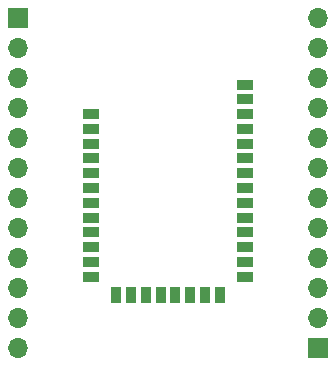
<source format=gbr>
%TF.GenerationSoftware,KiCad,Pcbnew,(6.0.10)*%
%TF.CreationDate,2023-04-04T20:58:11-04:00*%
%TF.ProjectId,xbee_breakout,78626565-5f62-4726-9561-6b6f75742e6b,rev?*%
%TF.SameCoordinates,Original*%
%TF.FileFunction,Soldermask,Top*%
%TF.FilePolarity,Negative*%
%FSLAX46Y46*%
G04 Gerber Fmt 4.6, Leading zero omitted, Abs format (unit mm)*
G04 Created by KiCad (PCBNEW (6.0.10)) date 2023-04-04 20:58:11*
%MOMM*%
%LPD*%
G01*
G04 APERTURE LIST*
%ADD10R,1.447800X0.838200*%
%ADD11R,0.838200X1.447800*%
%ADD12O,1.700000X1.700000*%
%ADD13R,1.700000X1.700000*%
G04 APERTURE END LIST*
D10*
%TO.C,U1*%
X130606800Y-33528000D03*
X130606800Y-34777680D03*
X130606800Y-36027360D03*
X130606800Y-37277040D03*
X130606800Y-38526719D03*
X130606800Y-39776400D03*
X130606800Y-41026080D03*
X130606800Y-42275760D03*
X130606800Y-43525440D03*
X130606800Y-44775120D03*
X130606800Y-46024800D03*
X130606800Y-47274480D03*
D11*
X132778500Y-48806100D03*
X134028180Y-48806100D03*
X135277860Y-48806100D03*
X136527541Y-48806100D03*
X137777219Y-48806100D03*
X139026900Y-48806100D03*
X140276580Y-48806100D03*
X141541500Y-48806100D03*
D10*
X143713200Y-47274480D03*
X143713200Y-46024800D03*
X143713200Y-44775120D03*
X143713200Y-43525440D03*
X143713200Y-42275760D03*
X143713200Y-41026080D03*
X143713200Y-39776400D03*
X143713200Y-38526719D03*
X143713200Y-37277040D03*
X143713200Y-36027360D03*
X143713200Y-34777680D03*
X143713200Y-33528000D03*
X143713200Y-32278320D03*
X143713200Y-31013400D03*
%TD*%
D12*
%TO.C,J2*%
X149860000Y-25400000D03*
X149860000Y-27940000D03*
X149860000Y-30480000D03*
X149860000Y-33020000D03*
X149860000Y-35560000D03*
X149860000Y-38100000D03*
X149860000Y-40640000D03*
X149860000Y-43180000D03*
X149860000Y-45720000D03*
X149860000Y-48260000D03*
X149860000Y-50800000D03*
D13*
X149860000Y-53340000D03*
%TD*%
%TO.C,J1*%
X124460000Y-25400000D03*
D12*
X124460000Y-27940000D03*
X124460000Y-30480000D03*
X124460000Y-33020000D03*
X124460000Y-35560000D03*
X124460000Y-38100000D03*
X124460000Y-40640000D03*
X124460000Y-43180000D03*
X124460000Y-45720000D03*
X124460000Y-48260000D03*
X124460000Y-50800000D03*
X124460000Y-53340000D03*
%TD*%
M02*

</source>
